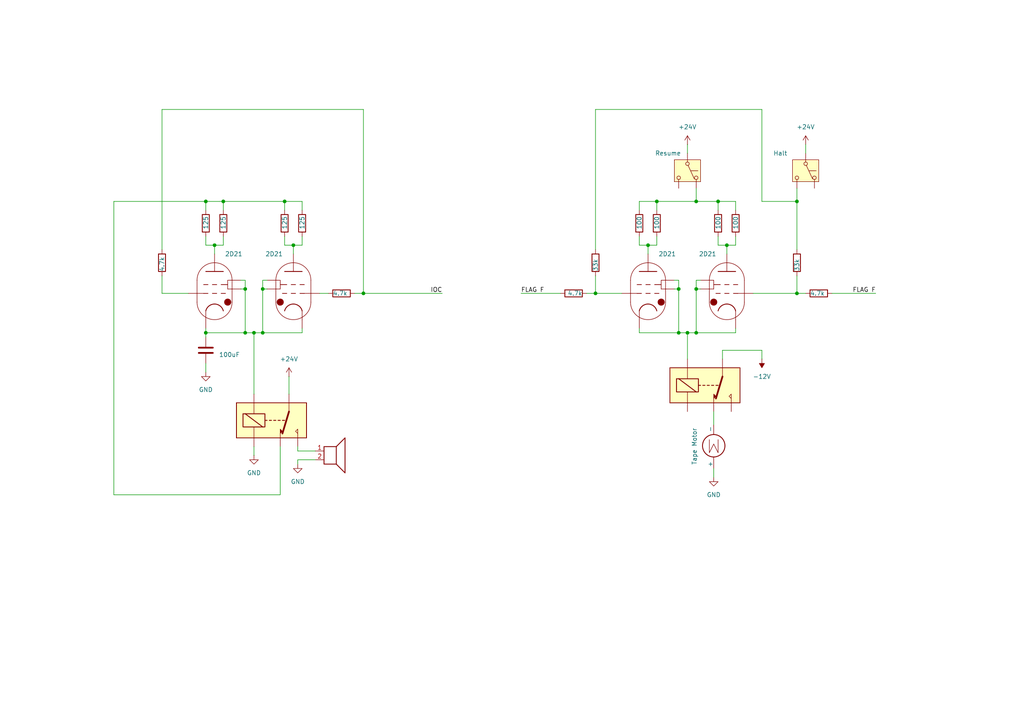
<source format=kicad_sch>
(kicad_sch (version 20231120) (generator "eeschema") (generator_version "8.0")
  (paper "A4")
  (lib_symbols
    (symbol "Device:C" (pin_numbers hide) (pin_names (offset 0.254))
      (property "Reference" "C" (at 0.635 2.54 0))
      (property "Value" "C" (at 0.635 -2.54 0))
      (symbol "C_0_1"
        (polyline (pts (xy -2.032 -0.762) (xy 2.032 -0.762)) (stroke (width 0.508)))
        (polyline (pts (xy -2.032 0.762) (xy 2.032 0.762)) (stroke (width 0.508)))
      )
      (symbol "C_1_1"
        (pin passive line (at 0 3.81 270) (length 2.794) (name "~") (number "1"))
        (pin passive line (at 0 -3.81 90) (length 2.794) (name "~") (number "2"))
      )
    )
    (symbol "Device:R" (pin_numbers hide) (pin_names (offset 0))
      (property "Reference" "R" (at 2.032 0 90))
      (property "Value" "R" (at 0 0 90))
      (symbol "R_0_1"
        (rectangle (start -1.016 -2.54) (end 1.016 2.54) (stroke (width 0.254)))
      )
      (symbol "R_1_1"
        (pin passive line (at 0 3.81 270) (length 1.27) (name "~") (number "1"))
        (pin passive line (at 0 -3.81 90) (length 1.27) (name "~") (number "2"))
      )
    )
    (symbol "Device:Speaker" (pin_names (offset 0) hide)
      (property "Reference" "LS" (at 1.27 5.715 0))
      (property "Value" "Speaker" (at 1.27 3.81 0))
      (symbol "Speaker_0_0"
        (rectangle (start -2.54 1.27) (end 1.016 -3.81) (stroke (width 0.254)))
        (polyline (pts (xy 1.016 1.27) (xy 3.556 3.81) (xy 3.556 -6.35) (xy 1.016 -3.81)) (stroke (width 0.254)))
      )
      (symbol "Speaker_1_1"
        (pin input line (at -5.08 0 0) (length 2.54) (name "1") (number "1"))
        (pin input line (at -5.08 -2.54 0) (length 2.54) (name "2") (number "2"))
      )
    )
    (symbol "Motor:Motor_DC" (pin_numbers hide) (pin_names (offset 0))
      (property "Reference" "M" (at 2.54 2.54 0))
      (property "Value" "Motor_DC" (at 2.54 -5.08 0))
      (symbol "Motor_DC_0_0"
        (polyline (pts (xy -1.27 -3.302) (xy -1.27 0.508) (xy 0 -2.032) (xy 1.27 0.508) (xy 1.27 -3.302)))
      )
      (symbol "Motor_DC_0_1"
        (circle (center 0 -1.524) (radius 3.2512) (stroke (width 0.254)))
        (polyline (pts (xy 0 -7.62) (xy 0 -7.112)))
        (polyline (pts (xy 0 -4.7752) (xy 0 -5.1816)))
        (polyline (pts (xy 0 1.7272) (xy 0 2.0828)))
        (polyline (pts (xy 0 2.032) (xy 0 2.54)))
      )
      (symbol "Motor_DC_1_1"
        (pin passive line (at 0 5.08 270) (length 2.54) (name "+") (number "1"))
        (pin passive line (at 0 -7.62 90) (length 2.54) (name "-") (number "2"))
      )
    )
    (symbol "Relay:Fujitsu_FTR-LYCA005x" (pin_numbers hide) (pin_names hide)
      (property "Reference" "K" (at 11.43 3.81 0))
      (property "Value" "Fujitsu_FTR-LYCA005x" (at 11.43 1.27 0))
      (symbol "Fujitsu_FTR-LYCA005x_0_0"
        (polyline (pts (xy 7.62 5.08) (xy 7.62 2.54) (xy 6.985 3.175) (xy 7.62 3.81)))
      )
      (symbol "Fujitsu_FTR-LYCA005x_0_1"
        (rectangle (start -10.16 5.08) (end 10.16 -5.08) (stroke (width 0.254)) (fill (type background)))
        (rectangle (start -8.255 1.905) (end -1.905 -1.905) (stroke (width 0.254)))
        (polyline (pts (xy -7.62 -1.905) (xy -2.54 1.905)) (stroke (width 0.254)))
        (polyline (pts (xy -5.08 -5.08) (xy -5.08 -1.905)))
        (polyline (pts (xy -5.08 5.08) (xy -5.08 1.905)))
        (polyline (pts (xy -1.905 0) (xy -1.27 0)) (stroke (width 0.254)))
        (polyline (pts (xy -0.635 0) (xy 0 0)) (stroke (width 0.254)))
        (polyline (pts (xy 0.635 0) (xy 1.27 0)) (stroke (width 0.254)))
        (polyline (pts (xy 1.905 0) (xy 2.54 0)) (stroke (width 0.254)))
        (polyline (pts (xy 3.175 0) (xy 3.81 0)) (stroke (width 0.254)))
        (polyline (pts (xy 5.08 -2.54) (xy 3.175 3.81)) (stroke (width 0.508)))
        (polyline (pts (xy 5.08 -2.54) (xy 5.08 -5.08)))
        (polyline (pts (xy 2.54 5.08) (xy 2.54 2.54) (xy 3.175 3.175) (xy 2.54 3.81)) (fill (type outline)))
      )
      (symbol "Fujitsu_FTR-LYCA005x_1_1"
        (pin passive line (at 5.08 -7.62 90) (length 2.54) (name "~") (number "11"))
        (pin passive line (at 2.54 7.62 270) (length 2.54) (name "~") (number "12"))
        (pin passive line (at 7.62 7.62 270) (length 2.54) (name "~") (number "14"))
        (pin passive line (at -5.08 7.62 270) (length 2.54) (name "~") (number "A1"))
        (pin passive line (at -5.08 -7.62 90) (length 2.54) (name "~") (number "A2"))
      )
    )
    (symbol "Switch:SW_Push_SPDT" (pin_numbers hide) (pin_names (offset 0) hide)
      (property "Reference" "SW" (at 0 5.08 0))
      (property "Value" "SW_Push_SPDT" (at 0 -5.08 0))
      (symbol "SW_Push_SPDT_0_0"
        (circle (center -2.032 0) (radius 0.508))
        (polyline (pts (xy 0 1.016) (xy 0 3.048)))
        (circle (center 2.032 -2.54) (radius 0.508))
      )
      (symbol "SW_Push_SPDT_0_1"
        (polyline (pts (xy -1.524 0.2032) (xy 2.3368 1.9812)))
        (circle (center 2.032 2.54) (radius 0.508))
      )
      (symbol "SW_Push_SPDT_1_1"
        (rectangle (start -3.175 3.81) (end 3.175 -3.81) (fill (type background)))
        (pin passive line (at 5.08 2.54 180) (length 2.54) (name "A") (number "1"))
        (pin passive line (at -5.08 0 0) (length 2.54) (name "B") (number "2"))
        (pin passive line (at 5.08 -2.54 180) (length 2.54) (name "C") (number "3"))
      )
    )
    (symbol "User:2D21" (pin_numbers hide) (pin_names (offset 0) hide)
      (property "Reference" "U" (at 2.54 10.16 0))
      (property "Value" "2D21" (at 7.62 -7.62 0))
      (symbol "2D21_0_1"
        (arc (start -5.08 -2.54) (mid 0 -7.5979) (end 5.08 -2.54))
        (polyline (pts (xy -5.08 3.81) (xy -5.08 -2.54) (xy -5.08 -2.54)))
        (polyline (pts (xy 5.08 -2.54) (xy 5.08 3.81) (xy 5.08 3.81)))
        (arc (start 5.08 3.81) (mid 0 8.8679) (end -5.08 3.81))
      )
      (symbol "2D21_1_0"
        (polyline (pts (xy -2.54 -5.08) (xy -2.54 -7.62)))
      )
      (symbol "2D21_1_1"
        (polyline (pts (xy -5.08 0) (xy -3.175 0)))
        (polyline (pts (xy -1.905 0) (xy -3.175 0)) (stroke (width 0.2032)))
        (polyline (pts (xy -1.905 2.54) (xy -3.175 2.54)) (stroke (width 0.2032)))
        (polyline (pts (xy -0.635 0) (xy 0.635 0)) (stroke (width 0.2032)))
        (polyline (pts (xy 0 6.35) (xy 0 8.89)))
        (polyline (pts (xy 0.635 2.54) (xy -0.635 2.54)) (stroke (width 0.2032)))
        (polyline (pts (xy 1.905 0) (xy 3.175 0)) (stroke (width 0.2032)))
        (polyline (pts (xy 1.905 2.54) (xy 3.81 2.54)) (stroke (width 0.2032)))
        (polyline (pts (xy 3.81 3.81) (xy 3.81 1.27)))
        (polyline (pts (xy 5.08 1.27) (xy 3.81 1.27)))
        (polyline (pts (xy 5.08 3.81) (xy 3.81 3.81)))
        (polyline (pts (xy -2.54 6.35) (xy 2.54 6.35) (xy 2.54 6.35)) (stroke (width 0.254)))
        (arc (start 2.54 -5.08) (mid 0 -3.0968) (end -2.54 -5.08) (stroke (width 0.254)))
        (circle (center 3.81 -2.54) (radius 0.0001) (stroke (width 1.016)))
        (pin input line (at -7.62 0 0) (length 2.54) (name "G1") (number "1"))
        (pin bidirectional line (at -2.54 -10.16 90) (length 2.54) (name "K") (number "2"))
        (pin input line (at 7.62 3.81 180) (length 2.54) (name "G2") (number "5"))
        (pin bidirectional line (at 0 11.43 270) (length 2.54) (name "A") (number "6"))
        (pin input line (at 7.62 1.27 180) (length 2.54) (name "G2") (number "7"))
      )
    )
    (symbol "power:+24V" (power) (pin_numbers hide) (pin_names (offset 0) hide)
      (property "Value" "+24V" (at 0 3.556 0))
      (symbol "+24V_0_1"
        (polyline (pts (xy -0.762 1.27) (xy 0 2.54)))
        (polyline (pts (xy 0 0) (xy 0 2.54)))
        (polyline (pts (xy 0 2.54) (xy 0.762 1.27)))
      )
      (symbol "+24V_1_1"
        (pin power_in line (at 0 0 90) (length 0) (name "~") (number "1"))
      )
    )
    (symbol "power:-12V" (power) (pin_numbers hide) (pin_names (offset 0) hide)
      (property "Value" "-12V" (at 0 3.556 0))
      (symbol "-12V_0_0"
        (pin power_in line (at 0 0 90) (length 0) (name "~") (number "1"))
      )
      (symbol "-12V_0_1"
        (polyline (pts (xy 0 0) (xy 0 1.27) (xy 0.762 1.27) (xy 0 2.54) (xy -0.762 1.27) (xy 0 1.27)) (fill (type outline)))
      )
    )
    (symbol "power:GND" (power) (pin_numbers hide) (pin_names (offset 0) hide)
      (property "Value" "GND" (at 0 -3.81 0))
      (symbol "GND_0_1"
        (polyline (pts (xy 0 0) (xy 0 -1.27) (xy 1.27 -1.27) (xy 0 -2.54) (xy -1.27 -1.27) (xy 0 -1.27)))
      )
      (symbol "GND_1_1"
        (pin power_in line (at 0 0 270) (length 0) (name "~") (number "1"))
      )
    )
  )
  (junction (at 196.85 96.52))
  (junction (at 71.12 83.82))
  (junction (at 190.5 58.42))
  (junction (at 64.77 58.42))
  (junction (at 196.85 83.82))
  (junction (at 105.41 85.09))
  (junction (at 208.28 58.42))
  (junction (at 73.66 96.52))
  (junction (at 231.14 58.42))
  (junction (at 59.69 96.52))
  (junction (at 199.39 96.52))
  (junction (at 76.2 96.52))
  (junction (at 187.96 71.12))
  (junction (at 59.69 58.42))
  (junction (at 71.12 96.52))
  (junction (at 201.93 83.82))
  (junction (at 201.93 96.52))
  (junction (at 62.23 71.12))
  (junction (at 210.82 71.12))
  (junction (at 172.72 85.09))
  (junction (at 82.55 58.42))
  (junction (at 76.2 83.82))
  (junction (at 201.93 58.42))
  (junction (at 231.14 85.09))
  (junction (at 85.09 71.12))
  (wire (pts (xy 231.14 54.61) (xy 231.14 58.42)))
  (wire (pts (xy 82.55 58.42) (xy 82.55 60.96)))
  (wire (pts (xy 199.39 96.52) (xy 201.93 96.52)))
  (wire (pts (xy 201.93 54.61) (xy 201.93 58.42)))
  (wire (pts (xy 81.28 143.51) (xy 33.02 143.51)))
  (wire (pts (xy 233.68 41.91) (xy 233.68 44.45)))
  (wire (pts (xy 201.93 81.28) (xy 203.2 81.28)))
  (wire (pts (xy 59.69 96.52) (xy 59.69 97.79)))
  (wire (pts (xy 46.99 80.01) (xy 46.99 85.09)))
  (wire (pts (xy 218.44 85.09) (xy 231.14 85.09)))
  (wire (pts (xy 102.87 85.09) (xy 105.41 85.09)))
  (wire (pts (xy 201.93 58.42) (xy 208.28 58.42)))
  (wire (pts (xy 190.5 68.58) (xy 190.5 71.12)))
  (wire (pts (xy 170.18 85.09) (xy 172.72 85.09)))
  (wire (pts (xy 91.44 130.81) (xy 86.36 130.81)))
  (wire (pts (xy 172.72 31.75) (xy 220.98 31.75)))
  (wire (pts (xy 85.09 71.12) (xy 87.63 71.12)))
  (wire (pts (xy 208.28 58.42) (xy 213.36 58.42)))
  (wire (pts (xy 64.77 71.12) (xy 62.23 71.12)))
  (wire (pts (xy 46.99 72.39) (xy 46.99 31.75)))
  (wire (pts (xy 33.02 143.51) (xy 33.02 58.42)))
  (wire (pts (xy 213.36 96.52) (xy 201.93 96.52)))
  (wire (pts (xy 185.42 96.52) (xy 196.85 96.52)))
  (wire (pts (xy 73.66 96.52) (xy 73.66 114.3)))
  (wire (pts (xy 64.77 58.42) (xy 64.77 60.96)))
  (wire (pts (xy 196.85 96.52) (xy 196.85 83.82)))
  (wire (pts (xy 59.69 105.41) (xy 59.69 107.95)))
  (wire (pts (xy 62.23 73.66) (xy 62.23 71.12)))
  (wire (pts (xy 199.39 96.52) (xy 199.39 104.14)))
  (wire (pts (xy 241.3 85.09) (xy 254 85.09)))
  (wire (pts (xy 231.14 80.01) (xy 231.14 85.09)))
  (wire (pts (xy 81.28 129.54) (xy 81.28 143.51)))
  (wire (pts (xy 76.2 96.52) (xy 76.2 83.82)))
  (wire (pts (xy 172.72 85.09) (xy 180.34 85.09)))
  (wire (pts (xy 59.69 71.12) (xy 59.69 68.58)))
  (wire (pts (xy 208.28 71.12) (xy 210.82 71.12)))
  (wire (pts (xy 83.82 109.22) (xy 83.82 114.3)))
  (wire (pts (xy 220.98 31.75) (xy 220.98 58.42)))
  (wire (pts (xy 172.72 72.39) (xy 172.72 31.75)))
  (wire (pts (xy 71.12 81.28) (xy 69.85 81.28)))
  (wire (pts (xy 76.2 81.28) (xy 77.47 81.28)))
  (wire (pts (xy 201.93 83.82) (xy 201.93 81.28)))
  (wire (pts (xy 86.36 134.62) (xy 86.36 133.35)))
  (wire (pts (xy 201.93 58.42) (xy 190.5 58.42)))
  (wire (pts (xy 185.42 60.96) (xy 185.42 58.42)))
  (wire (pts (xy 213.36 95.25) (xy 213.36 96.52)))
  (wire (pts (xy 199.39 41.91) (xy 199.39 44.45)))
  (wire (pts (xy 203.2 83.82) (xy 201.93 83.82)))
  (wire (pts (xy 59.69 95.25) (xy 59.69 96.52)))
  (wire (pts (xy 207.01 119.38) (xy 207.01 123.19)))
  (wire (pts (xy 59.69 60.96) (xy 59.69 58.42)))
  (wire (pts (xy 208.28 58.42) (xy 208.28 60.96)))
  (wire (pts (xy 105.41 85.09) (xy 128.27 85.09)))
  (wire (pts (xy 82.55 68.58) (xy 82.55 71.12)))
  (wire (pts (xy 46.99 85.09) (xy 54.61 85.09)))
  (wire (pts (xy 210.82 71.12) (xy 213.36 71.12)))
  (wire (pts (xy 46.99 31.75) (xy 105.41 31.75)))
  (wire (pts (xy 220.98 101.6) (xy 209.55 101.6)))
  (wire (pts (xy 185.42 58.42) (xy 190.5 58.42)))
  (wire (pts (xy 62.23 71.12) (xy 59.69 71.12)))
  (wire (pts (xy 196.85 96.52) (xy 199.39 96.52)))
  (wire (pts (xy 73.66 96.52) (xy 76.2 96.52)))
  (wire (pts (xy 85.09 73.66) (xy 85.09 71.12)))
  (wire (pts (xy 201.93 96.52) (xy 201.93 83.82)))
  (wire (pts (xy 82.55 58.42) (xy 87.63 58.42)))
  (wire (pts (xy 69.85 83.82) (xy 71.12 83.82)))
  (wire (pts (xy 185.42 95.25) (xy 185.42 96.52)))
  (wire (pts (xy 220.98 104.14) (xy 220.98 101.6)))
  (wire (pts (xy 33.02 58.42) (xy 59.69 58.42)))
  (wire (pts (xy 64.77 58.42) (xy 82.55 58.42)))
  (wire (pts (xy 213.36 71.12) (xy 213.36 68.58)))
  (wire (pts (xy 220.98 58.42) (xy 231.14 58.42)))
  (wire (pts (xy 213.36 60.96) (xy 213.36 58.42)))
  (wire (pts (xy 86.36 130.81) (xy 86.36 129.54)))
  (wire (pts (xy 87.63 96.52) (xy 76.2 96.52)))
  (wire (pts (xy 71.12 96.52) (xy 73.66 96.52)))
  (wire (pts (xy 196.85 83.82) (xy 196.85 81.28)))
  (wire (pts (xy 151.13 85.09) (xy 162.56 85.09)))
  (wire (pts (xy 92.71 85.09) (xy 95.25 85.09)))
  (wire (pts (xy 187.96 73.66) (xy 187.96 71.12)))
  (wire (pts (xy 82.55 71.12) (xy 85.09 71.12)))
  (wire (pts (xy 87.63 60.96) (xy 87.63 58.42)))
  (wire (pts (xy 59.69 96.52) (xy 71.12 96.52)))
  (wire (pts (xy 210.82 73.66) (xy 210.82 71.12)))
  (wire (pts (xy 190.5 58.42) (xy 190.5 60.96)))
  (wire (pts (xy 64.77 68.58) (xy 64.77 71.12)))
  (wire (pts (xy 87.63 95.25) (xy 87.63 96.52)))
  (wire (pts (xy 187.96 71.12) (xy 185.42 71.12)))
  (wire (pts (xy 207.01 135.89) (xy 207.01 138.43)))
  (wire (pts (xy 172.72 80.01) (xy 172.72 85.09)))
  (wire (pts (xy 86.36 133.35) (xy 91.44 133.35)))
  (wire (pts (xy 71.12 83.82) (xy 71.12 81.28)))
  (wire (pts (xy 73.66 129.54) (xy 73.66 132.08)))
  (wire (pts (xy 208.28 68.58) (xy 208.28 71.12)))
  (wire (pts (xy 195.58 83.82) (xy 196.85 83.82)))
  (wire (pts (xy 209.55 101.6) (xy 209.55 104.14)))
  (wire (pts (xy 59.69 58.42) (xy 64.77 58.42)))
  (wire (pts (xy 196.85 81.28) (xy 195.58 81.28)))
  (wire (pts (xy 71.12 96.52) (xy 71.12 83.82)))
  (wire (pts (xy 87.63 71.12) (xy 87.63 68.58)))
  (wire (pts (xy 185.42 71.12) (xy 185.42 68.58)))
  (wire (pts (xy 76.2 83.82) (xy 76.2 81.28)))
  (wire (pts (xy 233.68 85.09) (xy 231.14 85.09)))
  (wire (pts (xy 231.14 58.42) (xy 231.14 72.39)))
  (wire (pts (xy 77.47 83.82) (xy 76.2 83.82)))
  (wire (pts (xy 105.41 31.75) (xy 105.41 85.09)))
  (wire (pts (xy 190.5 71.12) (xy 187.96 71.12)))
  (label "IOC" (at 128.27 85.09 180))
  (label "FLAG F" (at 151.13 85.09 0))
  (label "FLAG F" (at 254 85.09 180))
  (symbol (lib_id "Device:C") (at 59.69 101.6 0) (unit 1)
    (property "Reference" "C1" (effects (hide yes)))
    (property "Value" "100uF" (at 63.5 102.8699 0) (effects (justify left)))
    (property "Description" "Unpolarized capacitor" (effects (hide yes)))
  )
  (symbol (lib_id "Relay:Fujitsu_FTR-LYCA005x") (at 78.74 121.92 0) (mirror x) (unit 1)
    (property "Reference" "K1" (effects (hide yes)))
    (property "Value" "Fujitsu_FTR-LYCA005x" (effects (hide yes)))
    (property "Footprint" "Relay_THT:Relay_SPDT_Fujitsu_FTR-LYCA005x_FormC_Vertical" (effects (hide yes)))
    (property "Datasheet" "https://www.fujitsu.com/sg/imagesgig5/ftr-ly.pdf" (effects (hide yes)))
    (property "Description" "Relay, SPDT Form C, vertical mount, 5-60V coil, 6A, 250VAC, 28 x 5 x 15mm" (effects (hide yes)))
  )
  (symbol (lib_id "Device:R") (at 87.63 64.77 0) (mirror y) (unit 1)
    (property "Reference" "R3" (effects (hide yes)))
    (property "Value" "125" (at 87.63 66.548 90) (effects (justify left)))
    (property "Description" "Resistor" (effects (hide yes)))
  )
  (symbol (lib_id "Switch:SW_Push_SPDT") (at 233.68 49.53 270) (unit 1)
    (property "Reference" "SW4" (effects (hide yes)))
    (property "Value" "Halt" (at 224.282 44.45 90) (effects (justify left)))
    (property "Description" "Momentary Switch, single pole double throw" (effects (hide yes)))
  )
  (symbol (lib_id "Device:R") (at 64.77 64.77 0) (unit 1)
    (property "Reference" "R2" (effects (hide yes)))
    (property "Value" "125" (at 64.77 66.548 90) (effects (justify left)))
    (property "Description" "Resistor" (effects (hide yes)))
  )
  (symbol (lib_id "User:2D21") (at 62.23 85.09 0) (unit 1)
    (property "Reference" "U1" (effects (hide yes)))
    (property "Value" "2D21" (at 65.2465 73.66 0) (effects (justify left)))
    (property "Description" "Thyratron" (effects (hide yes)))
  )
  (symbol (lib_id "Device:R") (at 46.99 76.2 0) (unit 1)
    (property "Reference" "R7" (effects (hide yes)))
    (property "Value" "4.7k" (at 46.99 78.74 90) (effects (justify left)))
    (property "Description" "Resistor" (effects (hide yes)))
  )
  (symbol (lib_id "User:2D21") (at 210.82 85.09 0) (mirror y) (unit 1)
    (property "Reference" "U4" (effects (hide yes)))
    (property "Value" "2D21" (at 207.8035 73.66 0) (effects (justify left)))
    (property "Description" "Thyratron" (effects (hide yes)))
  )
  (symbol (lib_id "User:2D21") (at 187.96 85.09 0) (unit 1)
    (property "Reference" "U3" (effects (hide yes)))
    (property "Value" "2D21" (at 190.9765 73.66 0) (effects (justify left)))
    (property "Description" "Thyratron" (effects (hide yes)))
  )
  (symbol (lib_id "Device:R") (at 231.14 76.2 0) (mirror y) (unit 1)
    (property "Reference" "R18" (effects (hide yes)))
    (property "Value" "33k" (at 231.14 78.74 90) (effects (justify left)))
    (property "Description" "Resistor" (effects (hide yes)))
  )
  (symbol (lib_id "Device:R") (at 190.5 64.77 0) (unit 1)
    (property "Reference" "R15" (effects (hide yes)))
    (property "Value" "100" (at 190.5 66.548 90) (effects (justify left)))
    (property "Description" "Resistor" (effects (hide yes)))
  )
  (symbol (lib_id "User:2D21") (at 85.09 85.09 0) (mirror y) (unit 1)
    (property "Reference" "U2" (effects (hide yes)))
    (property "Value" "2D21" (at 82.0735 73.66 0) (effects (justify left)))
    (property "Description" "Thyratron" (effects (hide yes)))
  )
  (symbol (lib_id "power:GND") (at 86.36 134.62 0) (unit 1)
    (property "Reference" "#PWR03" (effects (hide yes)))
    (property "Value" "GND" (at 86.36 139.7 0))
    (property "Description" "Power symbol creates a global label with name \"GND\" , ground" (effects (hide yes)))
  )
  (symbol (lib_id "Motor:Motor_DC") (at 207.01 130.81 180) (unit 1)
    (property "Reference" "M2" (effects (hide yes)))
    (property "Value" "Tape Motor" (at 201.422 134.874 90) (effects (justify right)))
    (property "Description" "DC Motor" (effects (hide yes)))
  )
  (symbol (lib_id "Device:R") (at 213.36 64.77 0) (mirror y) (unit 1)
    (property "Reference" "R17" (effects (hide yes)))
    (property "Value" "100" (at 213.36 66.548 90) (effects (justify left)))
    (property "Description" "Resistor" (effects (hide yes)))
  )
  (symbol (lib_id "power:+24V") (at 83.82 109.22 0) (mirror y) (unit 1)
    (property "Reference" "#PWR02" (effects (hide yes)))
    (property "Value" "+24V" (at 83.82 104.14 0))
    (property "Description" "Power symbol creates a global label with name \"+24V\"" (effects (hide yes)))
  )
  (symbol (lib_id "Device:R") (at 208.28 64.77 0) (mirror y) (unit 1)
    (property "Reference" "R16" (effects (hide yes)))
    (property "Value" "100" (at 208.28 66.548 90) (effects (justify left)))
    (property "Description" "Resistor" (effects (hide yes)))
  )
  (symbol (lib_id "power:GND") (at 59.69 107.95 0) (unit 1)
    (property "Reference" "#PWR01" (effects (hide yes)))
    (property "Value" "GND" (at 59.69 113.03 0))
    (property "Description" "Power symbol creates a global label with name \"GND\" , ground" (effects (hide yes)))
  )
  (symbol (lib_id "Device:R") (at 185.42 64.77 0) (unit 1)
    (property "Reference" "R14" (effects (hide yes)))
    (property "Value" "100" (at 185.42 66.548 90) (effects (justify left)))
    (property "Description" "Resistor" (effects (hide yes)))
  )
  (symbol (lib_id "Device:R") (at 166.37 85.09 90) (unit 1)
    (property "Reference" "R11" (effects (hide yes)))
    (property "Value" "4.7k" (at 168.91 85.09 90) (effects (justify left)))
    (property "Description" "Resistor" (effects (hide yes)))
  )
  (symbol (lib_id "Device:R") (at 59.69 64.77 0) (unit 1)
    (property "Reference" "R1" (effects (hide yes)))
    (property "Value" "125" (at 59.69 66.548 90) (effects (justify left)))
    (property "Description" "Resistor" (effects (hide yes)))
  )
  (symbol (lib_id "power:GND") (at 207.01 138.43 0) (unit 1)
    (property "Reference" "#PWR09" (effects (hide yes)))
    (property "Value" "GND" (at 207.01 143.51 0))
    (property "Description" "Power symbol creates a global label with name \"GND\" , ground" (effects (hide yes)))
  )
  (symbol (lib_id "power:-12V") (at 220.98 104.14 180) (unit 1)
    (property "Reference" "#PWR010" (effects (hide yes)))
    (property "Value" "-12V" (at 220.98 109.22 0))
    (property "Description" "Power symbol creates a global label with name \"-12V\"" (effects (hide yes)))
  )
  (symbol (lib_id "Relay:Fujitsu_FTR-LYCA005x") (at 204.47 111.76 0) (mirror x) (unit 1)
    (property "Reference" "K2" (effects (hide yes)))
    (property "Value" "Fujitsu_FTR-LYCA005x" (effects (hide yes)))
    (property "Footprint" "Relay_THT:Relay_SPDT_Fujitsu_FTR-LYCA005x_FormC_Vertical" (effects (hide yes)))
    (property "Datasheet" "https://www.fujitsu.com/sg/imagesgig5/ftr-ly.pdf" (effects (hide yes)))
    (property "Description" "Relay, SPDT Form C, vertical mount, 5-60V coil, 6A, 250VAC, 28 x 5 x 15mm" (effects (hide yes)))
  )
  (symbol (lib_id "Device:R") (at 237.49 85.09 270) (mirror x) (unit 1)
    (property "Reference" "R20" (effects (hide yes)))
    (property "Value" "4.7k" (at 234.95 85.09 90) (effects (justify left)))
    (property "Description" "Resistor" (effects (hide yes)))
  )
  (symbol (lib_id "power:GND") (at 73.66 132.08 0) (unit 1)
    (property "Reference" "#PWR04" (effects (hide yes)))
    (property "Value" "GND" (at 73.66 137.16 0))
    (property "Description" "Power symbol creates a global label with name \"GND\" , ground" (effects (hide yes)))
  )
  (symbol (lib_id "power:+24V") (at 199.39 41.91 0) (mirror y) (unit 1)
    (property "Reference" "#PWR08" (effects (hide yes)))
    (property "Value" "+24V" (at 199.39 36.83 0))
    (property "Description" "Power symbol creates a global label with name \"+24V\"" (effects (hide yes)))
  )
  (symbol (lib_id "Device:R") (at 82.55 64.77 0) (mirror y) (unit 1)
    (property "Reference" "R4" (effects (hide yes)))
    (property "Value" "125" (at 82.55 66.548 90) (effects (justify left)))
    (property "Description" "Resistor" (effects (hide yes)))
  )
  (symbol (lib_id "power:+24V") (at 233.68 41.91 0) (unit 1)
    (property "Reference" "#PWR012" (effects (hide yes)))
    (property "Value" "+24V" (at 233.68 36.83 0))
    (property "Description" "Power symbol creates a global label with name \"+24V\"" (effects (hide yes)))
  )
  (symbol (lib_id "Device:R") (at 99.06 85.09 270) (mirror x) (unit 1)
    (property "Reference" "R9" (effects (hide yes)))
    (property "Value" "4.7k" (at 96.52 85.09 90) (effects (justify left)))
    (property "Description" "Resistor" (effects (hide yes)))
  )
  (symbol (lib_id "Device:Speaker") (at 96.52 130.81 0) (unit 1)
    (property "Reference" "LS1" (effects (hide yes)))
    (property "Value" "Speaker" (effects (hide yes)))
    (property "Description" "Speaker" (effects (hide yes)))
  )
  (symbol (lib_id "Device:R") (at 172.72 76.2 0) (unit 1)
    (property "Reference" "R12" (effects (hide yes)))
    (property "Value" "33k" (at 172.72 78.74 90) (effects (justify left)))
    (property "Description" "Resistor" (effects (hide yes)))
  )
  (symbol (lib_id "Switch:SW_Push_SPDT") (at 199.39 49.53 270) (unit 1)
    (property "Reference" "SW3" (effects (hide yes)))
    (property "Value" "Resume" (at 189.992 44.45 90) (effects (justify left)))
    (property "Description" "Momentary Switch, single pole double throw" (effects (hide yes)))
  )
)
</source>
